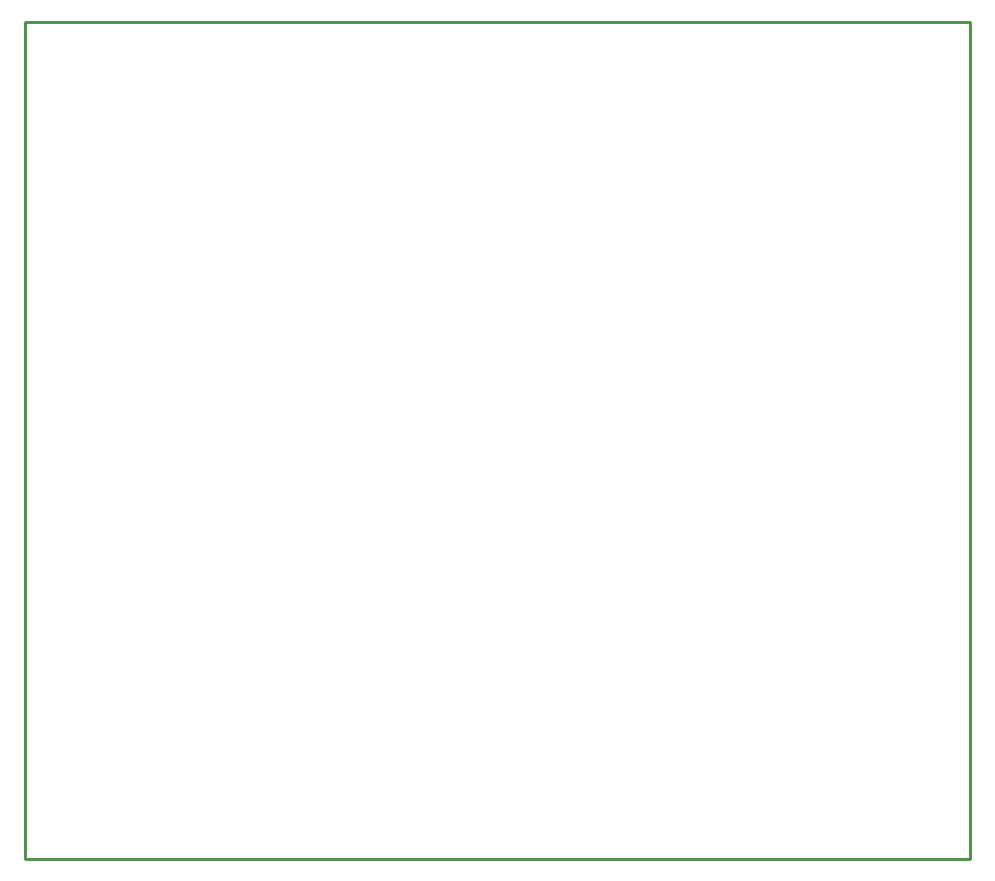
<source format=gbr>
G04 EAGLE Gerber RS-274X export*
G75*
%MOMM*%
%FSLAX34Y34*%
%LPD*%
%IN*%
%IPPOS*%
%AMOC8*
5,1,8,0,0,1.08239X$1,22.5*%
G01*
%ADD10C,0.254000*%


D10*
X0Y0D02*
X799900Y0D01*
X799900Y707900D01*
X0Y707900D01*
X0Y0D01*
M02*

</source>
